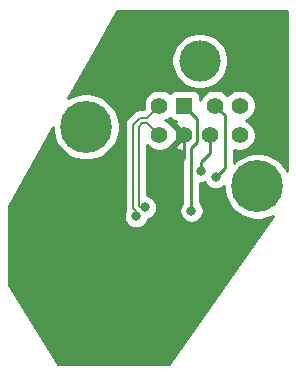
<source format=gbl>
%TF.GenerationSoftware,KiCad,Pcbnew,5.1.12-84ad8e8a86~92~ubuntu20.04.1*%
%TF.CreationDate,2022-03-01T23:05:29-06:00*%
%TF.ProjectId,portboard_dt,706f7274-626f-4617-9264-5f64742e6b69,rev?*%
%TF.SameCoordinates,Original*%
%TF.FileFunction,Copper,L2,Bot*%
%TF.FilePolarity,Positive*%
%FSLAX46Y46*%
G04 Gerber Fmt 4.6, Leading zero omitted, Abs format (unit mm)*
G04 Created by KiCad (PCBNEW 5.1.12-84ad8e8a86~92~ubuntu20.04.1) date 2022-03-01 23:05:29*
%MOMM*%
%LPD*%
G01*
G04 APERTURE LIST*
%TA.AperFunction,ComponentPad*%
%ADD10C,1.422400*%
%TD*%
%TA.AperFunction,ComponentPad*%
%ADD11R,1.422400X1.422400*%
%TD*%
%TA.AperFunction,ComponentPad*%
%ADD12C,3.500000*%
%TD*%
%TA.AperFunction,ComponentPad*%
%ADD13C,4.400000*%
%TD*%
%TA.AperFunction,ViaPad*%
%ADD14C,0.800000*%
%TD*%
%TA.AperFunction,Conductor*%
%ADD15C,0.250000*%
%TD*%
%TA.AperFunction,Conductor*%
%ADD16C,0.200000*%
%TD*%
%TA.AperFunction,Conductor*%
%ADD17C,0.254000*%
%TD*%
%TA.AperFunction,Conductor*%
%ADD18C,0.150000*%
%TD*%
G04 APERTURE END LIST*
D10*
%TO.P,J2,7*%
%TO.N,/GPi*%
X152400028Y-78899909D03*
%TO.P,J2,4*%
%TO.N,GND*%
X150200028Y-78899909D03*
%TO.P,J2,6*%
%TO.N,/TXD+*%
X148100028Y-78899909D03*
%TO.P,J2,8*%
%TO.N,/RXD+*%
X154900028Y-78899909D03*
%TO.P,J2,5*%
%TO.N,/RXD-*%
X154900028Y-76399909D03*
%TO.P,J2,3*%
%TO.N,/TXD-*%
X148100028Y-76399909D03*
D11*
%TO.P,J2,1*%
%TO.N,/HSKo*%
X150200028Y-76399909D03*
D10*
%TO.P,J2,2*%
%TO.N,/HSKi*%
X152800028Y-76399909D03*
D12*
%TO.P,J2,SH2*%
%TO.N,N/C*%
X151500028Y-72599909D03*
%TD*%
D13*
%TO.P,H2,1*%
%TO.N,N/C*%
X156391806Y-83233363D03*
%TD*%
%TO.P,H1,1*%
%TO.N,N/C*%
X141891969Y-78203401D03*
%TD*%
D14*
%TO.N,GND*%
X147400000Y-97000000D03*
X140800000Y-97000000D03*
X145800000Y-93100000D03*
X149500000Y-82100000D03*
X148000000Y-82100000D03*
X144400000Y-83400000D03*
X145200000Y-75800000D03*
X145200000Y-71100000D03*
X148100000Y-71100000D03*
X155300000Y-71100000D03*
X157300000Y-74900000D03*
X157300000Y-71100000D03*
X142700000Y-93100000D03*
%TO.N,/HSKo*%
X150799998Y-85300000D03*
%TO.N,/HSKi*%
X152846400Y-82454600D03*
%TO.N,/TXD-*%
X146128768Y-85771232D03*
%TO.N,/TXD+*%
X146871232Y-85028768D03*
%TO.N,/GPi*%
X151585613Y-81925010D03*
%TD*%
D15*
%TO.N,GND*%
X145937600Y-92843200D02*
X145937600Y-93884600D01*
X148503000Y-90277800D02*
X145937600Y-92843200D01*
X142483200Y-93656000D02*
X143727800Y-92411400D01*
X142483200Y-93910000D02*
X142483200Y-93656000D01*
X148503000Y-90277800D02*
X148503000Y-82497000D01*
X150200028Y-80799972D02*
X150200028Y-78899909D01*
X148503000Y-82497000D02*
X150200028Y-80799972D01*
%TO.N,/HSKo*%
X151300000Y-79500000D02*
X150799998Y-80000002D01*
X150200028Y-76399909D02*
X151300000Y-77499881D01*
X151300000Y-77499881D02*
X151300000Y-79500000D01*
X150799998Y-80000002D02*
X150799998Y-85300000D01*
%TO.N,/HSKi*%
X152846400Y-82454600D02*
X153608400Y-81692600D01*
X153608400Y-77208281D02*
X152800028Y-76399909D01*
X153608400Y-81692600D02*
X153608400Y-77208281D01*
D16*
%TO.N,/TXD-*%
X148100028Y-76399909D02*
X147075028Y-77424909D01*
X147075028Y-77424909D02*
X146456891Y-77424909D01*
X146456891Y-77424909D02*
X145875000Y-78006800D01*
X146128768Y-85346967D02*
X146128768Y-85771232D01*
X145875000Y-85093199D02*
X146128768Y-85346967D01*
X145875000Y-78006800D02*
X145875000Y-85093199D01*
%TO.N,/TXD+*%
X148100028Y-78899909D02*
X147075028Y-77874909D01*
X147075028Y-77874909D02*
X146643291Y-77874909D01*
X146643291Y-77874909D02*
X146325000Y-78193200D01*
X146446967Y-85028768D02*
X146871232Y-85028768D01*
X146325000Y-78193200D02*
X146325000Y-84906801D01*
X146325000Y-84906801D02*
X146446967Y-85028768D01*
D15*
%TO.N,/GPi*%
X151585613Y-81925010D02*
X151585613Y-81214387D01*
X152400028Y-80399972D02*
X152400028Y-78899909D01*
X151585613Y-81214387D02*
X152400028Y-80399972D01*
%TD*%
D17*
%TO.N,GND*%
X158915823Y-81918668D02*
X158904150Y-81890487D01*
X158593894Y-81426156D01*
X158199013Y-81031275D01*
X157734682Y-80721019D01*
X157218745Y-80507311D01*
X156671029Y-80398363D01*
X156112583Y-80398363D01*
X155564867Y-80507311D01*
X155048930Y-80721019D01*
X154584599Y-81031275D01*
X154368400Y-81247474D01*
X154368400Y-80136818D01*
X154507356Y-80194376D01*
X154767439Y-80246109D01*
X155032617Y-80246109D01*
X155292700Y-80194376D01*
X155537693Y-80092896D01*
X155758181Y-79945571D01*
X155945690Y-79758062D01*
X156093015Y-79537574D01*
X156194495Y-79292581D01*
X156246228Y-79032498D01*
X156246228Y-78767320D01*
X156194495Y-78507237D01*
X156093015Y-78262244D01*
X155945690Y-78041756D01*
X155758181Y-77854247D01*
X155537693Y-77706922D01*
X155400052Y-77649909D01*
X155537693Y-77592896D01*
X155758181Y-77445571D01*
X155945690Y-77258062D01*
X156093015Y-77037574D01*
X156194495Y-76792581D01*
X156246228Y-76532498D01*
X156246228Y-76267320D01*
X156194495Y-76007237D01*
X156093015Y-75762244D01*
X155945690Y-75541756D01*
X155758181Y-75354247D01*
X155537693Y-75206922D01*
X155292700Y-75105442D01*
X155032617Y-75053709D01*
X154767439Y-75053709D01*
X154507356Y-75105442D01*
X154262363Y-75206922D01*
X154041875Y-75354247D01*
X153854366Y-75541756D01*
X153850028Y-75548248D01*
X153845690Y-75541756D01*
X153658181Y-75354247D01*
X153437693Y-75206922D01*
X153192700Y-75105442D01*
X152932617Y-75053709D01*
X152667439Y-75053709D01*
X152407356Y-75105442D01*
X152162363Y-75206922D01*
X151941875Y-75354247D01*
X151754366Y-75541756D01*
X151607041Y-75762244D01*
X151549300Y-75901642D01*
X151549300Y-75688709D01*
X151537040Y-75564227D01*
X151500730Y-75444529D01*
X151441765Y-75334215D01*
X151362413Y-75237524D01*
X151265722Y-75158172D01*
X151155408Y-75099207D01*
X151035710Y-75062897D01*
X150911228Y-75050637D01*
X149488828Y-75050637D01*
X149364346Y-75062897D01*
X149244648Y-75099207D01*
X149134334Y-75158172D01*
X149037643Y-75237524D01*
X148958291Y-75334215D01*
X148950372Y-75349029D01*
X148737693Y-75206922D01*
X148492700Y-75105442D01*
X148232617Y-75053709D01*
X147967439Y-75053709D01*
X147707356Y-75105442D01*
X147462363Y-75206922D01*
X147241875Y-75354247D01*
X147054366Y-75541756D01*
X146907041Y-75762244D01*
X146805561Y-76007237D01*
X146753828Y-76267320D01*
X146753828Y-76532498D01*
X146782723Y-76677767D01*
X146770582Y-76689909D01*
X146492987Y-76689909D01*
X146456890Y-76686354D01*
X146420793Y-76689909D01*
X146420786Y-76689909D01*
X146327023Y-76699144D01*
X146312805Y-76700544D01*
X146270777Y-76713293D01*
X146174258Y-76742572D01*
X146046571Y-76810822D01*
X145934653Y-76902671D01*
X145911637Y-76930716D01*
X145380808Y-77461546D01*
X145352762Y-77484563D01*
X145260913Y-77596481D01*
X145192663Y-77724168D01*
X145178129Y-77772080D01*
X145150635Y-77862715D01*
X145136444Y-78006800D01*
X145140000Y-78042905D01*
X145140001Y-85057084D01*
X145136444Y-85093199D01*
X145150635Y-85237284D01*
X145184043Y-85347414D01*
X145133542Y-85469334D01*
X145093768Y-85669293D01*
X145093768Y-85873171D01*
X145133542Y-86073130D01*
X145211563Y-86261488D01*
X145324831Y-86431006D01*
X145468994Y-86575169D01*
X145638512Y-86688437D01*
X145826870Y-86766458D01*
X146026829Y-86806232D01*
X146230707Y-86806232D01*
X146430666Y-86766458D01*
X146619024Y-86688437D01*
X146788542Y-86575169D01*
X146932705Y-86431006D01*
X147045973Y-86261488D01*
X147123994Y-86073130D01*
X147132146Y-86032146D01*
X147173130Y-86023994D01*
X147361488Y-85945973D01*
X147531006Y-85832705D01*
X147675169Y-85688542D01*
X147788437Y-85519024D01*
X147866458Y-85330666D01*
X147906232Y-85130707D01*
X147906232Y-84926829D01*
X147866458Y-84726870D01*
X147788437Y-84538512D01*
X147675169Y-84368994D01*
X147531006Y-84224831D01*
X147361488Y-84111563D01*
X147173130Y-84033542D01*
X147060000Y-84011039D01*
X147060000Y-79763696D01*
X147241875Y-79945571D01*
X147462363Y-80092896D01*
X147707356Y-80194376D01*
X147967439Y-80246109D01*
X148232617Y-80246109D01*
X148492700Y-80194376D01*
X148737693Y-80092896D01*
X148958181Y-79945571D01*
X149145690Y-79758062D01*
X149225931Y-79637972D01*
X149270755Y-79649577D01*
X150020423Y-78899909D01*
X149270755Y-78150241D01*
X149225931Y-78161846D01*
X149145690Y-78041756D01*
X148958181Y-77854247D01*
X148737693Y-77706922D01*
X148600052Y-77649909D01*
X148737693Y-77592896D01*
X148950372Y-77450789D01*
X148958291Y-77465603D01*
X149037643Y-77562294D01*
X149134334Y-77641646D01*
X149244648Y-77700611D01*
X149364346Y-77736921D01*
X149488828Y-77749181D01*
X149507696Y-77749181D01*
X149450360Y-77970636D01*
X150200028Y-78720304D01*
X150214171Y-78706162D01*
X150393776Y-78885767D01*
X150379633Y-78899909D01*
X150393776Y-78914052D01*
X150214171Y-79093657D01*
X150200028Y-79079514D01*
X149450360Y-79829182D01*
X149511180Y-80064092D01*
X149751537Y-80176111D01*
X150009130Y-80239085D01*
X150039998Y-80240426D01*
X150039999Y-84596288D01*
X149996061Y-84640226D01*
X149882793Y-84809744D01*
X149804772Y-84998102D01*
X149764998Y-85198061D01*
X149764998Y-85401939D01*
X149804772Y-85601898D01*
X149882793Y-85790256D01*
X149996061Y-85959774D01*
X150140224Y-86103937D01*
X150309742Y-86217205D01*
X150498100Y-86295226D01*
X150698059Y-86335000D01*
X150901937Y-86335000D01*
X151101896Y-86295226D01*
X151290254Y-86217205D01*
X151459772Y-86103937D01*
X151603935Y-85959774D01*
X151717203Y-85790256D01*
X151795224Y-85601898D01*
X151834998Y-85401939D01*
X151834998Y-85198061D01*
X151795224Y-84998102D01*
X151717203Y-84809744D01*
X151603935Y-84640226D01*
X151559998Y-84596289D01*
X151559998Y-82960010D01*
X151687552Y-82960010D01*
X151887511Y-82920236D01*
X151914386Y-82909104D01*
X151929195Y-82944856D01*
X152042463Y-83114374D01*
X152186626Y-83258537D01*
X152356144Y-83371805D01*
X152544502Y-83449826D01*
X152744461Y-83489600D01*
X152948339Y-83489600D01*
X153148298Y-83449826D01*
X153336656Y-83371805D01*
X153506174Y-83258537D01*
X153556806Y-83207905D01*
X153556806Y-83512586D01*
X153665754Y-84060302D01*
X153879462Y-84576239D01*
X154189718Y-85040570D01*
X154584599Y-85435451D01*
X155048930Y-85745707D01*
X155564867Y-85959415D01*
X156112583Y-86068363D01*
X156671029Y-86068363D01*
X157218745Y-85959415D01*
X157714621Y-85754016D01*
X148869208Y-98247372D01*
X139505432Y-98247372D01*
X135321728Y-91601723D01*
X135321719Y-84889004D01*
X139056969Y-78188643D01*
X139056969Y-78482624D01*
X139165917Y-79030340D01*
X139379625Y-79546277D01*
X139689881Y-80010608D01*
X140084762Y-80405489D01*
X140549093Y-80715745D01*
X141065030Y-80929453D01*
X141612746Y-81038401D01*
X142171192Y-81038401D01*
X142718908Y-80929453D01*
X143234845Y-80715745D01*
X143699176Y-80405489D01*
X144094057Y-80010608D01*
X144404313Y-79546277D01*
X144618021Y-79030340D01*
X144726969Y-78482624D01*
X144726969Y-77924178D01*
X144618021Y-77376462D01*
X144404313Y-76860525D01*
X144094057Y-76396194D01*
X143699176Y-76001313D01*
X143234845Y-75691057D01*
X142718908Y-75477349D01*
X142171192Y-75368401D01*
X141612746Y-75368401D01*
X141065030Y-75477349D01*
X140549093Y-75691057D01*
X140390060Y-75797319D01*
X142303470Y-72365007D01*
X149115028Y-72365007D01*
X149115028Y-72834811D01*
X149206682Y-73295588D01*
X149386468Y-73729630D01*
X149647478Y-74120258D01*
X149979679Y-74452459D01*
X150370307Y-74713469D01*
X150804349Y-74893255D01*
X151265126Y-74984909D01*
X151734930Y-74984909D01*
X152195707Y-74893255D01*
X152629749Y-74713469D01*
X153020377Y-74452459D01*
X153352578Y-74120258D01*
X153613588Y-73729630D01*
X153793374Y-73295588D01*
X153885028Y-72834811D01*
X153885028Y-72365007D01*
X153793374Y-71904230D01*
X153613588Y-71470188D01*
X153352578Y-71079560D01*
X153020377Y-70747359D01*
X152629749Y-70486349D01*
X152195707Y-70306563D01*
X151734930Y-70214909D01*
X151265126Y-70214909D01*
X150804349Y-70306563D01*
X150370307Y-70486349D01*
X149979679Y-70747359D01*
X149647478Y-71079560D01*
X149386468Y-71470188D01*
X149206682Y-71904230D01*
X149115028Y-72365007D01*
X142303470Y-72365007D01*
X144532621Y-68366316D01*
X158915824Y-68366316D01*
X158915823Y-81918668D01*
%TA.AperFunction,Conductor*%
D18*
G36*
X158915823Y-81918668D02*
G01*
X158904150Y-81890487D01*
X158593894Y-81426156D01*
X158199013Y-81031275D01*
X157734682Y-80721019D01*
X157218745Y-80507311D01*
X156671029Y-80398363D01*
X156112583Y-80398363D01*
X155564867Y-80507311D01*
X155048930Y-80721019D01*
X154584599Y-81031275D01*
X154368400Y-81247474D01*
X154368400Y-80136818D01*
X154507356Y-80194376D01*
X154767439Y-80246109D01*
X155032617Y-80246109D01*
X155292700Y-80194376D01*
X155537693Y-80092896D01*
X155758181Y-79945571D01*
X155945690Y-79758062D01*
X156093015Y-79537574D01*
X156194495Y-79292581D01*
X156246228Y-79032498D01*
X156246228Y-78767320D01*
X156194495Y-78507237D01*
X156093015Y-78262244D01*
X155945690Y-78041756D01*
X155758181Y-77854247D01*
X155537693Y-77706922D01*
X155400052Y-77649909D01*
X155537693Y-77592896D01*
X155758181Y-77445571D01*
X155945690Y-77258062D01*
X156093015Y-77037574D01*
X156194495Y-76792581D01*
X156246228Y-76532498D01*
X156246228Y-76267320D01*
X156194495Y-76007237D01*
X156093015Y-75762244D01*
X155945690Y-75541756D01*
X155758181Y-75354247D01*
X155537693Y-75206922D01*
X155292700Y-75105442D01*
X155032617Y-75053709D01*
X154767439Y-75053709D01*
X154507356Y-75105442D01*
X154262363Y-75206922D01*
X154041875Y-75354247D01*
X153854366Y-75541756D01*
X153850028Y-75548248D01*
X153845690Y-75541756D01*
X153658181Y-75354247D01*
X153437693Y-75206922D01*
X153192700Y-75105442D01*
X152932617Y-75053709D01*
X152667439Y-75053709D01*
X152407356Y-75105442D01*
X152162363Y-75206922D01*
X151941875Y-75354247D01*
X151754366Y-75541756D01*
X151607041Y-75762244D01*
X151549300Y-75901642D01*
X151549300Y-75688709D01*
X151537040Y-75564227D01*
X151500730Y-75444529D01*
X151441765Y-75334215D01*
X151362413Y-75237524D01*
X151265722Y-75158172D01*
X151155408Y-75099207D01*
X151035710Y-75062897D01*
X150911228Y-75050637D01*
X149488828Y-75050637D01*
X149364346Y-75062897D01*
X149244648Y-75099207D01*
X149134334Y-75158172D01*
X149037643Y-75237524D01*
X148958291Y-75334215D01*
X148950372Y-75349029D01*
X148737693Y-75206922D01*
X148492700Y-75105442D01*
X148232617Y-75053709D01*
X147967439Y-75053709D01*
X147707356Y-75105442D01*
X147462363Y-75206922D01*
X147241875Y-75354247D01*
X147054366Y-75541756D01*
X146907041Y-75762244D01*
X146805561Y-76007237D01*
X146753828Y-76267320D01*
X146753828Y-76532498D01*
X146782723Y-76677767D01*
X146770582Y-76689909D01*
X146492987Y-76689909D01*
X146456890Y-76686354D01*
X146420793Y-76689909D01*
X146420786Y-76689909D01*
X146327023Y-76699144D01*
X146312805Y-76700544D01*
X146270777Y-76713293D01*
X146174258Y-76742572D01*
X146046571Y-76810822D01*
X145934653Y-76902671D01*
X145911637Y-76930716D01*
X145380808Y-77461546D01*
X145352762Y-77484563D01*
X145260913Y-77596481D01*
X145192663Y-77724168D01*
X145178129Y-77772080D01*
X145150635Y-77862715D01*
X145136444Y-78006800D01*
X145140000Y-78042905D01*
X145140001Y-85057084D01*
X145136444Y-85093199D01*
X145150635Y-85237284D01*
X145184043Y-85347414D01*
X145133542Y-85469334D01*
X145093768Y-85669293D01*
X145093768Y-85873171D01*
X145133542Y-86073130D01*
X145211563Y-86261488D01*
X145324831Y-86431006D01*
X145468994Y-86575169D01*
X145638512Y-86688437D01*
X145826870Y-86766458D01*
X146026829Y-86806232D01*
X146230707Y-86806232D01*
X146430666Y-86766458D01*
X146619024Y-86688437D01*
X146788542Y-86575169D01*
X146932705Y-86431006D01*
X147045973Y-86261488D01*
X147123994Y-86073130D01*
X147132146Y-86032146D01*
X147173130Y-86023994D01*
X147361488Y-85945973D01*
X147531006Y-85832705D01*
X147675169Y-85688542D01*
X147788437Y-85519024D01*
X147866458Y-85330666D01*
X147906232Y-85130707D01*
X147906232Y-84926829D01*
X147866458Y-84726870D01*
X147788437Y-84538512D01*
X147675169Y-84368994D01*
X147531006Y-84224831D01*
X147361488Y-84111563D01*
X147173130Y-84033542D01*
X147060000Y-84011039D01*
X147060000Y-79763696D01*
X147241875Y-79945571D01*
X147462363Y-80092896D01*
X147707356Y-80194376D01*
X147967439Y-80246109D01*
X148232617Y-80246109D01*
X148492700Y-80194376D01*
X148737693Y-80092896D01*
X148958181Y-79945571D01*
X149145690Y-79758062D01*
X149225931Y-79637972D01*
X149270755Y-79649577D01*
X150020423Y-78899909D01*
X149270755Y-78150241D01*
X149225931Y-78161846D01*
X149145690Y-78041756D01*
X148958181Y-77854247D01*
X148737693Y-77706922D01*
X148600052Y-77649909D01*
X148737693Y-77592896D01*
X148950372Y-77450789D01*
X148958291Y-77465603D01*
X149037643Y-77562294D01*
X149134334Y-77641646D01*
X149244648Y-77700611D01*
X149364346Y-77736921D01*
X149488828Y-77749181D01*
X149507696Y-77749181D01*
X149450360Y-77970636D01*
X150200028Y-78720304D01*
X150214171Y-78706162D01*
X150393776Y-78885767D01*
X150379633Y-78899909D01*
X150393776Y-78914052D01*
X150214171Y-79093657D01*
X150200028Y-79079514D01*
X149450360Y-79829182D01*
X149511180Y-80064092D01*
X149751537Y-80176111D01*
X150009130Y-80239085D01*
X150039998Y-80240426D01*
X150039999Y-84596288D01*
X149996061Y-84640226D01*
X149882793Y-84809744D01*
X149804772Y-84998102D01*
X149764998Y-85198061D01*
X149764998Y-85401939D01*
X149804772Y-85601898D01*
X149882793Y-85790256D01*
X149996061Y-85959774D01*
X150140224Y-86103937D01*
X150309742Y-86217205D01*
X150498100Y-86295226D01*
X150698059Y-86335000D01*
X150901937Y-86335000D01*
X151101896Y-86295226D01*
X151290254Y-86217205D01*
X151459772Y-86103937D01*
X151603935Y-85959774D01*
X151717203Y-85790256D01*
X151795224Y-85601898D01*
X151834998Y-85401939D01*
X151834998Y-85198061D01*
X151795224Y-84998102D01*
X151717203Y-84809744D01*
X151603935Y-84640226D01*
X151559998Y-84596289D01*
X151559998Y-82960010D01*
X151687552Y-82960010D01*
X151887511Y-82920236D01*
X151914386Y-82909104D01*
X151929195Y-82944856D01*
X152042463Y-83114374D01*
X152186626Y-83258537D01*
X152356144Y-83371805D01*
X152544502Y-83449826D01*
X152744461Y-83489600D01*
X152948339Y-83489600D01*
X153148298Y-83449826D01*
X153336656Y-83371805D01*
X153506174Y-83258537D01*
X153556806Y-83207905D01*
X153556806Y-83512586D01*
X153665754Y-84060302D01*
X153879462Y-84576239D01*
X154189718Y-85040570D01*
X154584599Y-85435451D01*
X155048930Y-85745707D01*
X155564867Y-85959415D01*
X156112583Y-86068363D01*
X156671029Y-86068363D01*
X157218745Y-85959415D01*
X157714621Y-85754016D01*
X148869208Y-98247372D01*
X139505432Y-98247372D01*
X135321728Y-91601723D01*
X135321719Y-84889004D01*
X139056969Y-78188643D01*
X139056969Y-78482624D01*
X139165917Y-79030340D01*
X139379625Y-79546277D01*
X139689881Y-80010608D01*
X140084762Y-80405489D01*
X140549093Y-80715745D01*
X141065030Y-80929453D01*
X141612746Y-81038401D01*
X142171192Y-81038401D01*
X142718908Y-80929453D01*
X143234845Y-80715745D01*
X143699176Y-80405489D01*
X144094057Y-80010608D01*
X144404313Y-79546277D01*
X144618021Y-79030340D01*
X144726969Y-78482624D01*
X144726969Y-77924178D01*
X144618021Y-77376462D01*
X144404313Y-76860525D01*
X144094057Y-76396194D01*
X143699176Y-76001313D01*
X143234845Y-75691057D01*
X142718908Y-75477349D01*
X142171192Y-75368401D01*
X141612746Y-75368401D01*
X141065030Y-75477349D01*
X140549093Y-75691057D01*
X140390060Y-75797319D01*
X142303470Y-72365007D01*
X149115028Y-72365007D01*
X149115028Y-72834811D01*
X149206682Y-73295588D01*
X149386468Y-73729630D01*
X149647478Y-74120258D01*
X149979679Y-74452459D01*
X150370307Y-74713469D01*
X150804349Y-74893255D01*
X151265126Y-74984909D01*
X151734930Y-74984909D01*
X152195707Y-74893255D01*
X152629749Y-74713469D01*
X153020377Y-74452459D01*
X153352578Y-74120258D01*
X153613588Y-73729630D01*
X153793374Y-73295588D01*
X153885028Y-72834811D01*
X153885028Y-72365007D01*
X153793374Y-71904230D01*
X153613588Y-71470188D01*
X153352578Y-71079560D01*
X153020377Y-70747359D01*
X152629749Y-70486349D01*
X152195707Y-70306563D01*
X151734930Y-70214909D01*
X151265126Y-70214909D01*
X150804349Y-70306563D01*
X150370307Y-70486349D01*
X149979679Y-70747359D01*
X149647478Y-71079560D01*
X149386468Y-71470188D01*
X149206682Y-71904230D01*
X149115028Y-72365007D01*
X142303470Y-72365007D01*
X144532621Y-68366316D01*
X158915824Y-68366316D01*
X158915823Y-81918668D01*
G37*
%TD.AperFunction*%
%TD*%
M02*

</source>
